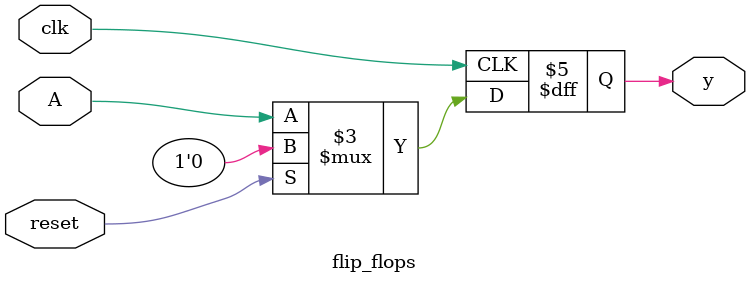
<source format=sv>
`timescale 1ns / 1ps


module flip_flops(
    input logic A, clk, reset,
    output logic y
    );
    
    always_ff @(posedge clk) begin
        if (reset)
            y <= 0;
        else
            y <= A;
    end
    
endmodule

</source>
